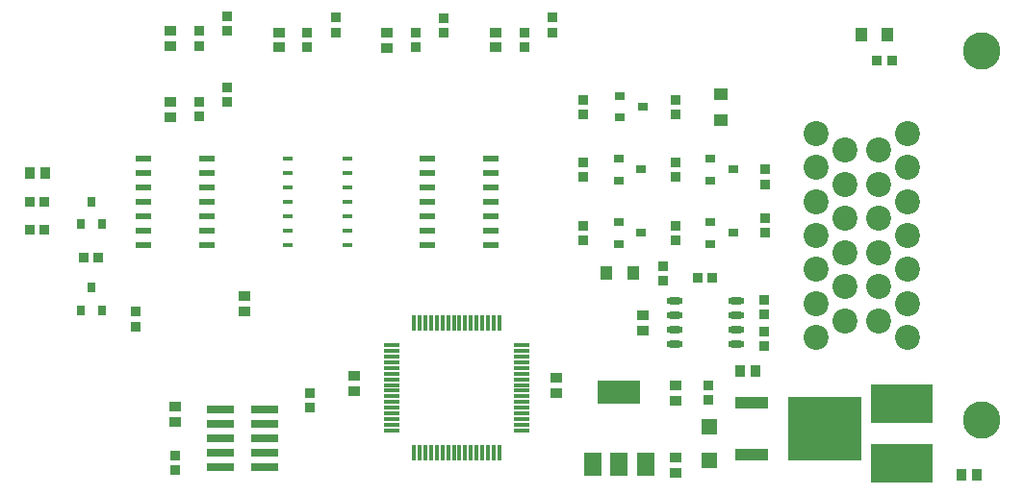
<source format=gbr>
%TF.GenerationSoftware,Altium Limited,Altium Designer,19.0.15 (446)*%
G04 Layer_Color=255*
%FSLAX26Y26*%
%MOIN*%
%TF.FileFunction,Pads,Top*%
%TF.Part,Single*%
G01*
G75*
%TA.AperFunction,SMDPad,CuDef*%
%ADD10R,0.035433X0.039370*%
%ADD11R,0.039370X0.035433*%
%ADD12R,0.051181X0.043307*%
%ADD13R,0.043307X0.051181*%
%ADD14R,0.057087X0.053150*%
%TA.AperFunction,ConnectorPad*%
%ADD15R,0.214567X0.137795*%
%TA.AperFunction,SMDPad,CuDef*%
%ADD16R,0.035433X0.031496*%
%ADD17R,0.031496X0.035433*%
%ADD18R,0.251969X0.218504*%
%ADD19R,0.118110X0.039370*%
%ADD20R,0.037402X0.033465*%
%ADD21R,0.033465X0.037402*%
%ADD22R,0.035000X0.016535*%
%ADD23R,0.057087X0.023622*%
%ADD24O,0.057087X0.023622*%
%ADD25R,0.011811X0.053150*%
%ADD26R,0.053150X0.011811*%
%ADD27R,0.149606X0.078740*%
%ADD28R,0.059055X0.078740*%
%ADD29R,0.094488X0.029921*%
%TA.AperFunction,ComponentPad*%
%ADD33C,0.129921*%
%ADD34C,0.086614*%
D10*
X562008Y1090551D02*
D03*
X615157D02*
D03*
X3076772Y404528D02*
D03*
X3023622D02*
D03*
X3790354Y46260D02*
D03*
X3843504D02*
D03*
D11*
X2687008Y544291D02*
D03*
Y597441D02*
D03*
X1687902Y335630D02*
D03*
Y388779D02*
D03*
X1066929Y280512D02*
D03*
Y227362D02*
D03*
X2386811Y329724D02*
D03*
Y382874D02*
D03*
X1051166Y1339567D02*
D03*
Y1286417D02*
D03*
X2177120Y1579724D02*
D03*
Y1526575D02*
D03*
X1425167Y1579724D02*
D03*
Y1526575D02*
D03*
X1051166Y1584646D02*
D03*
Y1531496D02*
D03*
X1800878Y1579475D02*
D03*
Y1526325D02*
D03*
X2799213Y106299D02*
D03*
Y53150D02*
D03*
X2798228Y356299D02*
D03*
Y303150D02*
D03*
X1307087Y611221D02*
D03*
Y664370D02*
D03*
D12*
X2956693Y1275591D02*
D03*
Y1366142D02*
D03*
D13*
X2651575Y744095D02*
D03*
X2561024D02*
D03*
X3442913Y1570866D02*
D03*
X3533465D02*
D03*
D14*
X2917323Y210630D02*
D03*
Y94488D02*
D03*
D15*
X3584646Y291339D02*
D03*
Y84646D02*
D03*
D16*
X2606299Y1358268D02*
D03*
Y1283465D02*
D03*
X2685039Y1320866D02*
D03*
X2921260Y921260D02*
D03*
Y846457D02*
D03*
X3000000Y883858D02*
D03*
X2921260Y1140748D02*
D03*
Y1065945D02*
D03*
X3000000Y1103346D02*
D03*
X2602452Y921260D02*
D03*
Y846457D02*
D03*
X2681193Y883858D02*
D03*
X2602362Y1140748D02*
D03*
Y1065945D02*
D03*
X2681102Y1103346D02*
D03*
D17*
X738189Y615158D02*
D03*
X812992D02*
D03*
X775591Y693898D02*
D03*
X738189Y913405D02*
D03*
X812992D02*
D03*
X775591Y992146D02*
D03*
D18*
X3316929Y206102D02*
D03*
D19*
X3062992Y115945D02*
D03*
Y296260D02*
D03*
D20*
X2799213Y909449D02*
D03*
Y858268D02*
D03*
Y1128937D02*
D03*
Y1077756D02*
D03*
X2480315Y909448D02*
D03*
Y858267D02*
D03*
Y1128937D02*
D03*
Y1077756D02*
D03*
X3110236Y935039D02*
D03*
Y883858D02*
D03*
Y1052165D02*
D03*
Y1103346D02*
D03*
X929134Y610031D02*
D03*
Y558850D02*
D03*
X3105236Y543147D02*
D03*
Y491966D02*
D03*
Y600698D02*
D03*
Y651879D02*
D03*
X1531496Y329724D02*
D03*
Y278543D02*
D03*
X1066929Y112205D02*
D03*
Y61023D02*
D03*
X2798228Y1295276D02*
D03*
Y1346457D02*
D03*
X2480315Y1295276D02*
D03*
Y1346457D02*
D03*
X2756654Y767716D02*
D03*
Y716535D02*
D03*
X2913386Y305118D02*
D03*
Y356299D02*
D03*
X1248016Y1338583D02*
D03*
Y1389764D02*
D03*
X2373971Y1578740D02*
D03*
Y1629921D02*
D03*
X1149591Y1287402D02*
D03*
Y1338583D02*
D03*
X2275546Y1527559D02*
D03*
Y1578740D02*
D03*
X1622017D02*
D03*
Y1629921D02*
D03*
X1523592Y1527559D02*
D03*
Y1578740D02*
D03*
X1248016Y1583661D02*
D03*
Y1634842D02*
D03*
X1997728Y1578490D02*
D03*
Y1629671D02*
D03*
X1149591Y1532480D02*
D03*
Y1583661D02*
D03*
X1899303Y1527309D02*
D03*
Y1578490D02*
D03*
D21*
X614173Y893701D02*
D03*
X562992D02*
D03*
X562992Y992126D02*
D03*
X614173D02*
D03*
X750000Y799213D02*
D03*
X801181D02*
D03*
X2875984Y728346D02*
D03*
X2927165D02*
D03*
X3498032Y1480315D02*
D03*
X3549213D02*
D03*
D22*
X1662402Y843110D02*
D03*
Y893110D02*
D03*
Y943110D02*
D03*
Y993110D02*
D03*
Y1043110D02*
D03*
Y1093110D02*
D03*
Y1143110D02*
D03*
X1457677Y843110D02*
D03*
Y893110D02*
D03*
Y943110D02*
D03*
Y993110D02*
D03*
Y1043110D02*
D03*
Y1093110D02*
D03*
Y1143110D02*
D03*
D23*
X1175437Y843110D02*
D03*
Y893110D02*
D03*
Y943110D02*
D03*
Y993110D02*
D03*
Y1043110D02*
D03*
Y1093110D02*
D03*
Y1143110D02*
D03*
X954964Y843110D02*
D03*
Y893110D02*
D03*
Y943110D02*
D03*
Y993110D02*
D03*
Y1043110D02*
D03*
Y1093110D02*
D03*
Y1143110D02*
D03*
X2161417Y843110D02*
D03*
Y893110D02*
D03*
Y943110D02*
D03*
Y993110D02*
D03*
Y1043110D02*
D03*
Y1093110D02*
D03*
Y1143110D02*
D03*
X1940945Y843110D02*
D03*
Y893110D02*
D03*
Y943110D02*
D03*
Y993110D02*
D03*
Y1043110D02*
D03*
Y1093110D02*
D03*
Y1143110D02*
D03*
D24*
X2795276Y647835D02*
D03*
Y597835D02*
D03*
Y547835D02*
D03*
Y497835D02*
D03*
X3009843Y647835D02*
D03*
Y497835D02*
D03*
Y597835D02*
D03*
Y547835D02*
D03*
D25*
X2188976Y120079D02*
D03*
X2169291D02*
D03*
X2149606D02*
D03*
X2129921D02*
D03*
X2110236D02*
D03*
X2090551D02*
D03*
X2070866D02*
D03*
X2051181D02*
D03*
X2031496D02*
D03*
X2011811D02*
D03*
X1992126D02*
D03*
X1972441D02*
D03*
X1952756D02*
D03*
X1933071D02*
D03*
X1913386D02*
D03*
X1893701D02*
D03*
Y572835D02*
D03*
X1913386D02*
D03*
X1933071D02*
D03*
X1952756D02*
D03*
X1972441D02*
D03*
X1992126D02*
D03*
X2011811D02*
D03*
X2031496D02*
D03*
X2051181D02*
D03*
X2070866D02*
D03*
X2090551D02*
D03*
X2110236D02*
D03*
X2129921D02*
D03*
X2149606D02*
D03*
X2169291D02*
D03*
X2188976D02*
D03*
D26*
X1814961Y198819D02*
D03*
Y218504D02*
D03*
Y238189D02*
D03*
Y257874D02*
D03*
Y277559D02*
D03*
Y297244D02*
D03*
Y316929D02*
D03*
Y336614D02*
D03*
Y356299D02*
D03*
Y375984D02*
D03*
Y395669D02*
D03*
Y415354D02*
D03*
Y435039D02*
D03*
Y454724D02*
D03*
Y474409D02*
D03*
Y494094D02*
D03*
X2267717D02*
D03*
Y474409D02*
D03*
Y454724D02*
D03*
Y435039D02*
D03*
Y415354D02*
D03*
Y395669D02*
D03*
Y375984D02*
D03*
Y356299D02*
D03*
Y336614D02*
D03*
Y316929D02*
D03*
Y297244D02*
D03*
Y277559D02*
D03*
Y257874D02*
D03*
Y238189D02*
D03*
Y218504D02*
D03*
Y198819D02*
D03*
D27*
X2604331Y330709D02*
D03*
D28*
X2694882Y82677D02*
D03*
X2604331D02*
D03*
X2513779D02*
D03*
D29*
X1224409Y270276D02*
D03*
X1377953D02*
D03*
X1224409Y220275D02*
D03*
X1377953D02*
D03*
X1224409Y170275D02*
D03*
X1377953D02*
D03*
X1224409Y120275D02*
D03*
X1377953D02*
D03*
X1224409Y70275D02*
D03*
X1377953D02*
D03*
D33*
X3858268Y235236D02*
D03*
Y1514764D02*
D03*
D34*
X3287402Y1229331D02*
D03*
Y1111220D02*
D03*
Y993110D02*
D03*
Y875000D02*
D03*
Y756890D02*
D03*
Y638779D02*
D03*
Y520669D02*
D03*
X3385827Y1170276D02*
D03*
Y1052165D02*
D03*
Y934055D02*
D03*
Y815945D02*
D03*
Y697835D02*
D03*
Y579724D02*
D03*
X3503937Y1170276D02*
D03*
Y1052165D02*
D03*
Y934055D02*
D03*
Y815945D02*
D03*
Y697835D02*
D03*
Y579724D02*
D03*
X3602362Y1229331D02*
D03*
Y1111220D02*
D03*
Y993110D02*
D03*
Y875000D02*
D03*
Y756890D02*
D03*
Y638779D02*
D03*
Y520669D02*
D03*
%TF.MD5,ad08957802f54adb39273a845bf2a9de*%
M02*

</source>
